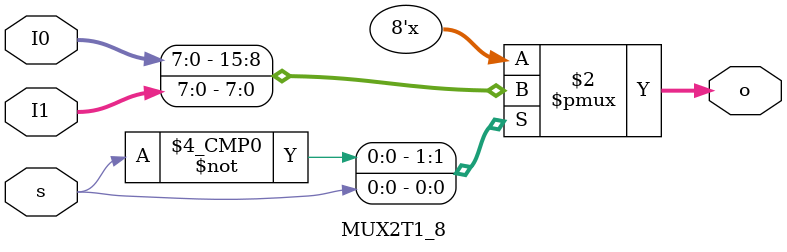
<source format=v>
`timescale 1ns / 1ps
module MUX2T1_8(input [7:0] I0, 
					 input [7:0] I1, 
					 input s, 
					 output reg [7:0] o
    );
	 
	 always @* begin 
		case(s)
			0:o<=I0; 
			1:o<=I1; 
		endcase
	 end

endmodule

</source>
